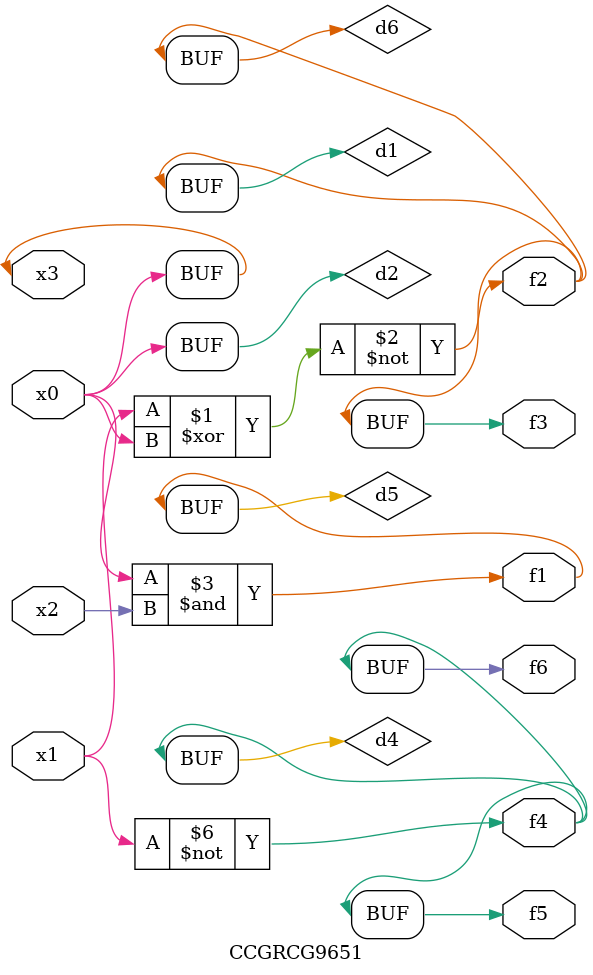
<source format=v>
module CCGRCG9651(
	input x0, x1, x2, x3,
	output f1, f2, f3, f4, f5, f6
);

	wire d1, d2, d3, d4, d5, d6;

	xnor (d1, x1, x3);
	buf (d2, x0, x3);
	nand (d3, x0, x2);
	not (d4, x1);
	nand (d5, d3);
	or (d6, d1);
	assign f1 = d5;
	assign f2 = d6;
	assign f3 = d6;
	assign f4 = d4;
	assign f5 = d4;
	assign f6 = d4;
endmodule

</source>
